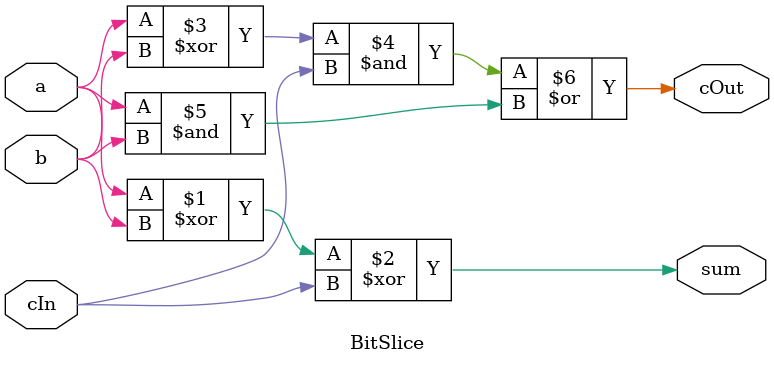
<source format=v>
`timescale 1ns / 1ps

module BitSlice(
    input a,
    input b,
    input cIn,
    output sum,
    output cOut
    );
    
    assign sum=((a^b)^cIn);
    assign cOut=(((a^b)&cIn)|(a&b));    
    
endmodule


//add carry out to msb of inputs
</source>
